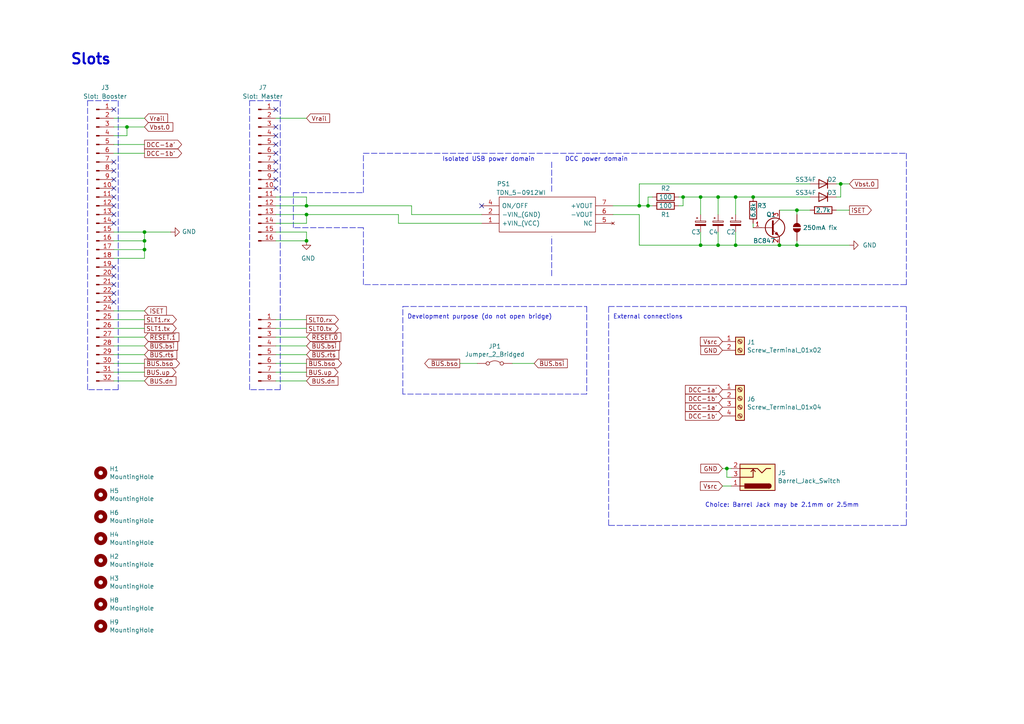
<source format=kicad_sch>
(kicad_sch (version 20250114) (generator "eeschema") (generator_version "9.0")
  (paper "A4")
  (title_block (title "RTB P15 Module") (date "2025-09-04") (rev "2") (company "Frank Schumacher") (comment 1 "Base board") (comment 4 "Licensed under the Apache License, Version 2"))
  (lib_symbols
    (symbol "Connector:Barrel_Jack_Switch" (pin_names (hide yes))
      (property "Reference" "J" (at 0 5.334 0))
      (property "Value" "Barrel_Jack_Switch" (at 0 -5.08 0))
      (symbol "Barrel_Jack_Switch_0_1"
        (rectangle (start -5.08 3.81) (end 5.08 -3.81) (stroke (width 0.254)) (fill (type background)))
        (polyline (pts (xy -3.81 -2.54) (xy -2.54 -2.54) (xy -1.27 -1.27) (xy 0 -2.54) (xy 2.54 -2.54) (xy 5.08 -2.54)) (stroke (width 0.254)))
        (arc (start -3.302 1.905) (mid -3.9343 2.54) (end -3.302 3.175) (stroke (width 0.254)))
        (arc (start -3.302 1.905) (mid -3.9343 2.54) (end -3.302 3.175) (stroke (width 0.254)) (fill (type outline)))
        (polyline (pts (xy 1.27 -2.286) (xy 1.905 -1.651)) (stroke (width 0.254)))
        (rectangle (start 3.683 3.175) (end -3.302 1.905) (stroke (width 0.254)) (fill (type outline)))
        (polyline (pts (xy 5.08 2.54) (xy 3.81 2.54)) (stroke (width 0.254)))
        (polyline (pts (xy 5.08 0) (xy 1.27 0) (xy 1.27 -2.286) (xy 0.635 -1.651)) (stroke (width 0.254)))
      )
      (symbol "Barrel_Jack_Switch_1_1"
        (pin passive line (at 7.62 2.54 180) (length 2.54) (name "~") (number "1"))
        (pin passive line (at 7.62 0 180) (length 2.54) (name "~") (number "3"))
        (pin passive line (at 7.62 -2.54 180) (length 2.54) (name "~") (number "2"))
      )
    )
    (symbol "Connector:Conn_01x08_Male" (pin_names (offset 1.016) (hide yes))
      (property "Reference" "J" (at 0 10.16 0))
      (property "Value" "Connector_Conn_01x08_Male" (at 0 -12.7 0))
      (symbol "Conn_01x08_Male_1_1"
        (rectangle (start 0.8636 7.747) (end 0 7.493) (stroke (width 0.1524)) (fill (type outline)))
        (rectangle (start 0.8636 5.207) (end 0 4.953) (stroke (width 0.1524)) (fill (type outline)))
        (rectangle (start 0.8636 2.667) (end 0 2.413) (stroke (width 0.1524)) (fill (type outline)))
        (rectangle (start 0.8636 0.127) (end 0 -0.127) (stroke (width 0.1524)) (fill (type outline)))
        (rectangle (start 0.8636 -2.413) (end 0 -2.667) (stroke (width 0.1524)) (fill (type outline)))
        (rectangle (start 0.8636 -4.953) (end 0 -5.207) (stroke (width 0.1524)) (fill (type outline)))
        (rectangle (start 0.8636 -7.493) (end 0 -7.747) (stroke (width 0.1524)) (fill (type outline)))
        (rectangle (start 0.8636 -10.033) (end 0 -10.287) (stroke (width 0.1524)) (fill (type outline)))
        (polyline (pts (xy 1.27 7.62) (xy 0.8636 7.62)) (stroke (width 0.1524)))
        (polyline (pts (xy 1.27 5.08) (xy 0.8636 5.08)) (stroke (width 0.1524)))
        (polyline (pts (xy 1.27 2.54) (xy 0.8636 2.54)) (stroke (width 0.1524)))
        (polyline (pts (xy 1.27 0) (xy 0.8636 0)) (stroke (width 0.1524)))
        (polyline (pts (xy 1.27 -2.54) (xy 0.8636 -2.54)) (stroke (width 0.1524)))
        (polyline (pts (xy 1.27 -5.08) (xy 0.8636 -5.08)) (stroke (width 0.1524)))
        (polyline (pts (xy 1.27 -7.62) (xy 0.8636 -7.62)) (stroke (width 0.1524)))
        (polyline (pts (xy 1.27 -10.16) (xy 0.8636 -10.16)) (stroke (width 0.1524)))
        (pin passive line (at 5.08 7.62 180) (length 3.81) (name "Pin_1") (number "1"))
        (pin passive line (at 5.08 5.08 180) (length 3.81) (name "Pin_2") (number "2"))
        (pin passive line (at 5.08 2.54 180) (length 3.81) (name "Pin_3") (number "3"))
        (pin passive line (at 5.08 0 180) (length 3.81) (name "Pin_4") (number "4"))
        (pin passive line (at 5.08 -2.54 180) (length 3.81) (name "Pin_5") (number "5"))
        (pin passive line (at 5.08 -5.08 180) (length 3.81) (name "Pin_6") (number "6"))
        (pin passive line (at 5.08 -7.62 180) (length 3.81) (name "Pin_7") (number "7"))
        (pin passive line (at 5.08 -10.16 180) (length 3.81) (name "Pin_8") (number "8"))
      )
    )
    (symbol "Connector:Conn_01x16_Male" (pin_names (offset 1.016) (hide yes))
      (property "Reference" "J" (at 0 20.32 0))
      (property "Value" "Connector_Conn_01x16_Male" (at 0 -22.86 0))
      (symbol "Conn_01x16_Male_1_1"
        (rectangle (start 0.8636 17.907) (end 0 17.653) (stroke (width 0.1524)) (fill (type outline)))
        (rectangle (start 0.8636 15.367) (end 0 15.113) (stroke (width 0.1524)) (fill (type outline)))
        (rectangle (start 0.8636 12.827) (end 0 12.573) (stroke (width 0.1524)) (fill (type outline)))
        (rectangle (start 0.8636 10.287) (end 0 10.033) (stroke (width 0.1524)) (fill (type outline)))
        (rectangle (start 0.8636 7.747) (end 0 7.493) (stroke (width 0.1524)) (fill (type outline)))
        (rectangle (start 0.8636 5.207) (end 0 4.953) (stroke (width 0.1524)) (fill (type outline)))
        (rectangle (start 0.8636 2.667) (end 0 2.413) (stroke (width 0.1524)) (fill (type outline)))
        (rectangle (start 0.8636 0.127) (end 0 -0.127) (stroke (width 0.1524)) (fill (type outline)))
        (rectangle (start 0.8636 -2.413) (end 0 -2.667) (stroke (width 0.1524)) (fill (type outline)))
        (rectangle (start 0.8636 -4.953) (end 0 -5.207) (stroke (width 0.1524)) (fill (type outline)))
        (rectangle (start 0.8636 -7.493) (end 0 -7.747) (stroke (width 0.1524)) (fill (type outline)))
        (rectangle (start 0.8636 -10.033) (end 0 -10.287) (stroke (width 0.1524)) (fill (type outline)))
        (rectangle (start 0.8636 -12.573) (end 0 -12.827) (stroke (width 0.1524)) (fill (type outline)))
        (rectangle (start 0.8636 -15.113) (end 0 -15.367) (stroke (width 0.1524)) (fill (type outline)))
        (rectangle (start 0.8636 -17.653) (end 0 -17.907) (stroke (width 0.1524)) (fill (type outline)))
        (rectangle (start 0.8636 -20.193) (end 0 -20.447) (stroke (width 0.1524)) (fill (type outline)))
        (polyline (pts (xy 1.27 17.78) (xy 0.8636 17.78)) (stroke (width 0.1524)))
        (polyline (pts (xy 1.27 15.24) (xy 0.8636 15.24)) (stroke (width 0.1524)))
        (polyline (pts (xy 1.27 12.7) (xy 0.8636 12.7)) (stroke (width 0.1524)))
        (polyline (pts (xy 1.27 10.16) (xy 0.8636 10.16)) (stroke (width 0.1524)))
        (polyline (pts (xy 1.27 7.62) (xy 0.8636 7.62)) (stroke (width 0.1524)))
        (polyline (pts (xy 1.27 5.08) (xy 0.8636 5.08)) (stroke (width 0.1524)))
        (polyline (pts (xy 1.27 2.54) (xy 0.8636 2.54)) (stroke (width 0.1524)))
        (polyline (pts (xy 1.27 0) (xy 0.8636 0)) (stroke (width 0.1524)))
        (polyline (pts (xy 1.27 -2.54) (xy 0.8636 -2.54)) (stroke (width 0.1524)))
        (polyline (pts (xy 1.27 -5.08) (xy 0.8636 -5.08)) (stroke (width 0.1524)))
        (polyline (pts (xy 1.27 -7.62) (xy 0.8636 -7.62)) (stroke (width 0.1524)))
        (polyline (pts (xy 1.27 -10.16) (xy 0.8636 -10.16)) (stroke (width 0.1524)))
        (polyline (pts (xy 1.27 -12.7) (xy 0.8636 -12.7)) (stroke (width 0.1524)))
        (polyline (pts (xy 1.27 -15.24) (xy 0.8636 -15.24)) (stroke (width 0.1524)))
        (polyline (pts (xy 1.27 -17.78) (xy 0.8636 -17.78)) (stroke (width 0.1524)))
        (polyline (pts (xy 1.27 -20.32) (xy 0.8636 -20.32)) (stroke (width 0.1524)))
        (pin passive line (at 5.08 17.78 180) (length 3.81) (name "Pin_1") (number "1"))
        (pin passive line (at 5.08 15.24 180) (length 3.81) (name "Pin_2") (number "2"))
        (pin passive line (at 5.08 12.7 180) (length 3.81) (name "Pin_3") (number "3"))
        (pin passive line (at 5.08 10.16 180) (length 3.81) (name "Pin_4") (number "4"))
        (pin passive line (at 5.08 7.62 180) (length 3.81) (name "Pin_5") (number "5"))
        (pin passive line (at 5.08 5.08 180) (length 3.81) (name "Pin_6") (number "6"))
        (pin passive line (at 5.08 2.54 180) (length 3.81) (name "Pin_7") (number "7"))
        (pin passive line (at 5.08 0 180) (length 3.81) (name "Pin_8") (number "8"))
        (pin passive line (at 5.08 -2.54 180) (length 3.81) (name "Pin_9") (number "9"))
        (pin passive line (at 5.08 -5.08 180) (length 3.81) (name "Pin_10") (number "10"))
        (pin passive line (at 5.08 -7.62 180) (length 3.81) (name "Pin_11") (number "11"))
        (pin passive line (at 5.08 -10.16 180) (length 3.81) (name "Pin_12") (number "12"))
        (pin passive line (at 5.08 -12.7 180) (length 3.81) (name "Pin_13") (number "13"))
        (pin passive line (at 5.08 -15.24 180) (length 3.81) (name "Pin_14") (number "14"))
        (pin passive line (at 5.08 -17.78 180) (length 3.81) (name "Pin_15") (number "15"))
        (pin passive line (at 5.08 -20.32 180) (length 3.81) (name "Pin_16") (number "16"))
      )
    )
    (symbol "Connector:Conn_01x32_Male" (pin_names (offset 1.016) (hide yes))
      (property "Reference" "J" (at 0 40.64 0))
      (property "Value" "Connector_Conn_01x32_Male" (at 0 -43.18 0))
      (symbol "Conn_01x32_Male_1_1"
        (rectangle (start 0.8636 38.227) (end 0 37.973) (stroke (width 0.1524)) (fill (type outline)))
        (rectangle (start 0.8636 35.687) (end 0 35.433) (stroke (width 0.1524)) (fill (type outline)))
        (rectangle (start 0.8636 33.147) (end 0 32.893) (stroke (width 0.1524)) (fill (type outline)))
        (rectangle (start 0.8636 30.607) (end 0 30.353) (stroke (width 0.1524)) (fill (type outline)))
        (rectangle (start 0.8636 28.067) (end 0 27.813) (stroke (width 0.1524)) (fill (type outline)))
        (rectangle (start 0.8636 25.527) (end 0 25.273) (stroke (width 0.1524)) (fill (type outline)))
        (rectangle (start 0.8636 22.987) (end 0 22.733) (stroke (width 0.1524)) (fill (type outline)))
        (rectangle (start 0.8636 20.447) (end 0 20.193) (stroke (width 0.1524)) (fill (type outline)))
        (rectangle (start 0.8636 17.907) (end 0 17.653) (stroke (width 0.1524)) (fill (type outline)))
        (rectangle (start 0.8636 15.367) (end 0 15.113) (stroke (width 0.1524)) (fill (type outline)))
        (rectangle (start 0.8636 12.827) (end 0 12.573) (stroke (width 0.1524)) (fill (type outline)))
        (rectangle (start 0.8636 10.287) (end 0 10.033) (stroke (width 0.1524)) (fill (type outline)))
        (rectangle (start 0.8636 7.747) (end 0 7.493) (stroke (width 0.1524)) (fill (type outline)))
        (rectangle (start 0.8636 5.207) (end 0 4.953) (stroke (width 0.1524)) (fill (type outline)))
        (rectangle (start 0.8636 2.667) (end 0 2.413) (stroke (width 0.1524)) (fill (type outline)))
        (rectangle (start 0.8636 0.127) (end 0 -0.127) (stroke (width 0.1524)) (fill (type outline)))
        (rectangle (start 0.8636 -2.413) (end 0 -2.667) (stroke (width 0.1524)) (fill (type outline)))
        (rectangle (start 0.8636 -4.953) (end 0 -5.207) (stroke (width 0.1524)) (fill (type outline)))
        (rectangle (start 0.8636 -7.493) (end 0 -7.747) (stroke (width 0.1524)) (fill (type outline)))
        (rectangle (start 0.8636 -10.033) (end 0 -10.287) (stroke (width 0.1524)) (fill (type outline)))
        (rectangle (start 0.8636 -12.573) (end 0 -12.827) (stroke (width 0.1524)) (fill (type outline)))
        (rectangle (start 0.8636 -15.113) (end 0 -15.367) (stroke (width 0.1524)) (fill (type outline)))
        (rectangle (start 0.8636 -17.653) (end 0 -17.907) (stroke (width 0.1524)) (fill (type outline)))
        (rectangle (start 0.8636 -20.193) (end 0 -20.447) (stroke (width 0.1524)) (fill (type outline)))
        (rectangle (start 0.8636 -22.733) (end 0 -22.987) (stroke (width 0.1524)) (fill (type outline)))
        (rectangle (start 0.8636 -25.273) (end 0 -25.527) (stroke (width 0.1524)) (fill (type outline)))
        (rectangle (start 0.8636 -27.813) (end 0 -28.067) (stroke (width 0.1524)) (fill (type outline)))
        (rectangle (start 0.8636 -30.353) (end 0 -30.607) (stroke (width 0.1524)) (fill (type outline)))
        (rectangle (start 0.8636 -32.893) (end 0 -33.147) (stroke (width 0.1524)) (fill (type outline)))
        (rectangle (start 0.8636 -35.433) (end 0 -35.687) (stroke (width 0.1524)) (fill (type outline)))
        (rectangle (start 0.8636 -37.973) (end 0 -38.227) (stroke (width 0.1524)) (fill (type outline)))
        (rectangle (start 0.8636 -40.513) (end 0 -40.767) (stroke (width 0.1524)) (fill (type outline)))
        (polyline (pts (xy 1.27 38.1) (xy 0.8636 38.1)) (stroke (width 0.1524)))
        (polyline (pts (xy 1.27 35.56) (xy 0.8636 35.56)) (stroke (width 0.1524)))
        (polyline (pts (xy 1.27 33.02) (xy 0.8636 33.02)) (stroke (width 0.1524)))
        (polyline (pts (xy 1.27 30.48) (xy 0.8636 30.48)) (stroke (width 0.1524)))
        (polyline (pts (xy 1.27 27.94) (xy 0.8636 27.94)) (stroke (width 0.1524)))
        (polyline (pts (xy 1.27 25.4) (xy 0.8636 25.4)) (stroke (width 0.1524)))
        (polyline (pts (xy 1.27 22.86) (xy 0.8636 22.86)) (stroke (width 0.1524)))
        (polyline (pts (xy 1.27 20.32) (xy 0.8636 20.32)) (stroke (width 0.1524)))
        (polyline (pts (xy 1.27 17.78) (xy 0.8636 17.78)) (stroke (width 0.1524)))
        (polyline (pts (xy 1.27 15.24) (xy 0.8636 15.24)) (stroke (width 0.1524)))
        (polyline (pts (xy 1.27 12.7) (xy 0.8636 12.7)) (stroke (width 0.1524)))
        (polyline (pts (xy 1.27 10.16) (xy 0.8636 10.16)) (stroke (width 0.1524)))
        (polyline (pts (xy 1.27 7.62) (xy 0.8636 7.62)) (stroke (width 0.1524)))
        (polyline (pts (xy 1.27 5.08) (xy 0.8636 5.08)) (stroke (width 0.1524)))
        (polyline (pts (xy 1.27 2.54) (xy 0.8636 2.54)) (stroke (width 0.1524)))
        (polyline (pts (xy 1.27 0) (xy 0.8636 0)) (stroke (width 0.1524)))
        (polyline (pts (xy 1.27 -2.54) (xy 0.8636 -2.54)) (stroke (width 0.1524)))
        (polyline (pts (xy 1.27 -5.08) (xy 0.8636 -5.08)) (stroke (width 0.1524)))
        (polyline (pts (xy 1.27 -7.62) (xy 0.8636 -7.62)) (stroke (width 0.1524)))
        (polyline (pts (xy 1.27 -10.16) (xy 0.8636 -10.16)) (stroke (width 0.1524)))
        (polyline (pts (xy 1.27 -12.7) (xy 0.8636 -12.7)) (stroke (width 0.1524)))
        (polyline (pts (xy 1.27 -15.24) (xy 0.8636 -15.24)) (stroke (width 0.1524)))
        (polyline (pts (xy 1.27 -17.78) (xy 0.8636 -17.78)) (stroke (width 0.1524)))
        (polyline (pts (xy 1.27 -20.32) (xy 0.8636 -20.32)) (stroke (width 0.1524)))
        (polyline (pts (xy 1.27 -22.86) (xy 0.8636 -22.86)) (stroke (width 0.1524)))
        (polyline (pts (xy 1.27 -25.4) (xy 0.8636 -25.4)) (stroke (width 0.1524)))
        (polyline (pts (xy 1.27 -27.94) (xy 0.8636 -27.94)) (stroke (width 0.1524)))
        (polyline (pts (xy 1.27 -30.48) (xy 0.8636 -30.48)) (stroke (width 0.1524)))
        (polyline (pts (xy 1.27 -33.02) (xy 0.8636 -33.02)) (stroke (width 0.1524)))
        (polyline (pts (xy 1.27 -35.56) (xy 0.8636 -35.56)) (stroke (width 0.1524)))
        (polyline (pts (xy 1.27 -38.1) (xy 0.8636 -38.1)) (stroke (width 0.1524)))
        (polyline (pts (xy 1.27 -40.64) (xy 0.8636 -40.64)) (stroke (width 0.1524)))
        (pin passive line (at 5.08 38.1 180) (length 3.81) (name "Pin_1") (number "1"))
        (pin passive line (at 5.08 35.56 180) (length 3.81) (name "Pin_2") (number "2"))
        (pin passive line (at 5.08 33.02 180) (length 3.81) (name "Pin_3") (number "3"))
        (pin passive line (at 5.08 30.48 180) (length 3.81) (name "Pin_4") (number "4"))
        (pin passive line (at 5.08 27.94 180) (length 3.81) (name "Pin_5") (number "5"))
        (pin passive line (at 5.08 25.4 180) (length 3.81) (name "Pin_6") (number "6"))
        (pin passive line (at 5.08 22.86 180) (length 3.81) (name "Pin_7") (number "7"))
        (pin passive line (at 5.08 20.32 180) (length 3.81) (name "Pin_8") (number "8"))
        (pin passive line (at 5.08 17.78 180) (length 3.81) (name "Pin_9") (number "9"))
        (pin passive line (at 5.08 15.24 180) (length 3.81) (name "Pin_10") (number "10"))
        (pin passive line (at 5.08 12.7 180) (length 3.81) (name "Pin_11") (number "11"))
        (pin passive line (at 5.08 10.16 180) (length 3.81) (name "Pin_12") (number "12"))
        (pin passive line (at 5.08 7.62 180) (length 3.81) (name "Pin_13") (number "13"))
        (pin passive line (at 5.08 5.08 180) (length 3.81) (name "Pin_14") (number "14"))
        (pin passive line (at 5.08 2.54 180) (length 3.81) (name "Pin_15") (number "15"))
        (pin passive line (at 5.08 0 180) (length 3.81) (name "Pin_16") (number "16"))
        (pin passive line (at 5.08 -2.54 180) (length 3.81) (name "Pin_17") (number "17"))
        (pin passive line (at 5.08 -5.08 180) (length 3.81) (name "Pin_18") (number "18"))
        (pin passive line (at 5.08 -7.62 180) (length 3.81) (name "Pin_19") (number "19"))
        (pin passive line (at 5.08 -10.16 180) (length 3.81) (name "Pin_20") (number "20"))
        (pin passive line (at 5.08 -12.7 180) (length 3.81) (name "Pin_21") (number "21"))
        (pin passive line (at 5.08 -15.24 180) (length 3.81) (name "Pin_22") (number "22"))
        (pin passive line (at 5.08 -17.78 180) (length 3.81) (name "Pin_23") (number "23"))
        (pin passive line (at 5.08 -20.32 180) (length 3.81) (name "Pin_24") (number "24"))
        (pin passive line (at 5.08 -22.86 180) (length 3.81) (name "Pin_25") (number "25"))
        (pin passive line (at 5.08 -25.4 180) (length 3.81) (name "Pin_26") (number "26"))
        (pin passive line (at 5.08 -27.94 180) (length 3.81) (name "Pin_27") (number "27"))
        (pin passive line (at 5.08 -30.48 180) (length 3.81) (name "Pin_28") (number "28"))
        (pin passive line (at 5.08 -33.02 180) (length 3.81) (name "Pin_29") (number "29"))
        (pin passive line (at 5.08 -35.56 180) (length 3.81) (name "Pin_30") (number "30"))
        (pin passive line (at 5.08 -38.1 180) (length 3.81) (name "Pin_31") (number "31"))
        (pin passive line (at 5.08 -40.64 180) (length 3.81) (name "Pin_32") (number "32"))
      )
    )
    (symbol "Connector:Screw_Terminal_01x02" (pin_names (offset 1.016) (hide yes))
      (property "Reference" "J" (at 0 2.54 0))
      (property "Value" "Screw_Terminal_01x02" (at 0 -5.08 0))
      (symbol "Screw_Terminal_01x02_1_1"
        (rectangle (start -1.27 1.27) (end 1.27 -3.81) (stroke (width 0.254)) (fill (type background)))
        (polyline (pts (xy -0.5334 0.3302) (xy 0.3302 -0.508)) (stroke (width 0.1524)))
        (polyline (pts (xy -0.5334 -2.2098) (xy 0.3302 -3.048)) (stroke (width 0.1524)))
        (polyline (pts (xy -0.3556 0.508) (xy 0.508 -0.3302)) (stroke (width 0.1524)))
        (polyline (pts (xy -0.3556 -2.032) (xy 0.508 -2.8702)) (stroke (width 0.1524)))
        (circle (center 0 0) (radius 0.635) (stroke (width 0.1524)))
        (circle (center 0 -2.54) (radius 0.635) (stroke (width 0.1524)))
        (pin passive line (at -5.08 0 0) (length 3.81) (name "Pin_1") (number "1"))
        (pin passive line (at -5.08 -2.54 0) (length 3.81) (name "Pin_2") (number "2"))
      )
    )
    (symbol "Connector:Screw_Terminal_01x04" (pin_names (offset 1.016) (hide yes))
      (property "Reference" "J" (at 0 5.08 0))
      (property "Value" "Screw_Terminal_01x04" (at 0 -7.62 0))
      (symbol "Screw_Terminal_01x04_1_1"
        (rectangle (start -1.27 3.81) (end 1.27 -6.35) (stroke (width 0.254)) (fill (type background)))
        (polyline (pts (xy -0.5334 2.8702) (xy 0.3302 2.032)) (stroke (width 0.1524)))
        (polyline (pts (xy -0.5334 0.3302) (xy 0.3302 -0.508)) (stroke (width 0.1524)))
        (polyline (pts (xy -0.5334 -2.2098) (xy 0.3302 -3.048)) (stroke (width 0.1524)))
        (polyline (pts (xy -0.5334 -4.7498) (xy 0.3302 -5.588)) (stroke (width 0.1524)))
        (polyline (pts (xy -0.3556 3.048) (xy 0.508 2.2098)) (stroke (width 0.1524)))
        (polyline (pts (xy -0.3556 0.508) (xy 0.508 -0.3302)) (stroke (width 0.1524)))
        (polyline (pts (xy -0.3556 -2.032) (xy 0.508 -2.8702)) (stroke (width 0.1524)))
        (polyline (pts (xy -0.3556 -4.572) (xy 0.508 -5.4102)) (stroke (width 0.1524)))
        (circle (center 0 2.54) (radius 0.635) (stroke (width 0.1524)))
        (circle (center 0 0) (radius 0.635) (stroke (width 0.1524)))
        (circle (center 0 -2.54) (radius 0.635) (stroke (width 0.1524)))
        (circle (center 0 -5.08) (radius 0.635) (stroke (width 0.1524)))
        (pin passive line (at -5.08 2.54 0) (length 3.81) (name "Pin_1") (number "1"))
        (pin passive line (at -5.08 0 0) (length 3.81) (name "Pin_2") (number "2"))
        (pin passive line (at -5.08 -2.54 0) (length 3.81) (name "Pin_3") (number "3"))
        (pin passive line (at -5.08 -5.08 0) (length 3.81) (name "Pin_4") (number "4"))
      )
    )
    (symbol "Device:CP_Small" (pin_numbers (hide yes)) (pin_names (offset 0.254) (hide yes))
      (property "Reference" "C" (at 0.254 1.778 0))
      (property "Value" "Device_CP_Small" (at 0.254 -2.032 0))
      (symbol "CP_Small_0_1"
        (rectangle (start -1.524 0.6858) (end 1.524 0.3048))
        (rectangle (start -1.524 -0.3048) (end 1.524 -0.6858) (fill (type outline)))
        (polyline (pts (xy -1.27 1.524) (xy -0.762 1.524)))
        (polyline (pts (xy -1.016 1.27) (xy -1.016 1.778)))
      )
      (symbol "CP_Small_1_1"
        (pin passive line (at 0 2.54 270) (length 1.8542) (name "~") (number "1"))
        (pin passive line (at 0 -2.54 90) (length 1.8542) (name "~") (number "2"))
      )
    )
    (symbol "Device:D" (pin_numbers (hide yes)) (pin_names (offset 1.016) (hide yes))
      (property "Reference" "D" (at 0 2.54 0))
      (property "Value" "D" (at 0 -2.54 0))
      (symbol "D_0_1"
        (polyline (pts (xy -1.27 1.27) (xy -1.27 -1.27)) (stroke (width 0.254)))
        (polyline (pts (xy 1.27 1.27) (xy 1.27 -1.27) (xy -1.27 0) (xy 1.27 1.27)) (stroke (width 0.254)))
        (polyline (pts (xy 1.27 0) (xy -1.27 0)))
      )
      (symbol "D_1_1"
        (pin passive line (at -3.81 0 0) (length 2.54) (name "K") (number "1"))
        (pin passive line (at 3.81 0 180) (length 2.54) (name "A") (number "2"))
      )
    )
    (symbol "Device:R" (pin_numbers (hide yes)) (pin_names (offset 0))
      (property "Reference" "R" (at 2.032 0 90))
      (property "Value" "R" (at 0 0 90))
      (symbol "R_0_1"
        (rectangle (start -1.016 -2.54) (end 1.016 2.54) (stroke (width 0.254)))
      )
      (symbol "R_1_1"
        (pin passive line (at 0 3.81 270) (length 1.27) (name "~") (number "1"))
        (pin passive line (at 0 -3.81 90) (length 1.27) (name "~") (number "2"))
      )
    )
    (symbol "Jumper:Jumper_2_Bridged" (pin_numbers (hide yes)) (pin_names (offset 0) (hide yes))
      (property "Reference" "JP" (at 0 1.905 0))
      (property "Value" "Jumper_2_Bridged" (at 0 -2.54 0))
      (symbol "Jumper_2_Bridged_0_0"
        (circle (center -2.032 0) (radius 0.508))
        (circle (center 2.032 0) (radius 0.508))
      )
      (symbol "Jumper_2_Bridged_0_1"
        (arc (start -1.524 0.254) (mid 0 0.762) (end 1.524 0.254))
      )
      (symbol "Jumper_2_Bridged_1_1"
        (pin passive line (at -5.08 0 0) (length 2.54) (name "A") (number "1"))
        (pin passive line (at 5.08 0 180) (length 2.54) (name "B") (number "2"))
      )
    )
    (symbol "Jumper:SolderJumper_2_Open" (pin_numbers (hide yes)) (pin_names (offset 0) (hide yes)) (in_bom no)
      (property "Reference" "JP" (at 0 2.032 0))
      (property "Value" "SolderJumper_2_Open" (at 0 -2.54 0))
      (symbol "SolderJumper_2_Open_0_1"
        (polyline (pts (xy -0.254 1.016) (xy -0.254 -1.016)))
        (arc (start -0.254 -1.016) (mid -1.2656 0) (end -0.254 1.016))
        (arc (start -0.254 -1.016) (mid -1.2656 0) (end -0.254 1.016) (fill (type outline)))
        (arc (start 0.254 1.016) (mid 1.2656 0) (end 0.254 -1.016))
        (arc (start 0.254 1.016) (mid 1.2656 0) (end 0.254 -1.016) (fill (type outline)))
        (polyline (pts (xy 0.254 1.016) (xy 0.254 -1.016)))
      )
      (symbol "SolderJumper_2_Open_1_1"
        (pin passive line (at -3.81 0 0) (length 2.54) (name "A") (number "1"))
        (pin passive line (at 3.81 0 180) (length 2.54) (name "B") (number "2"))
      )
    )
    (symbol "Mechanical:MountingHole" (pin_names (offset 1.016)) (in_bom no)
      (property "Reference" "H" (at 0 5.08 0))
      (property "Value" "MountingHole" (at 0 3.175 0))
      (symbol "MountingHole_0_1"
        (circle (center 0 0) (radius 1.27) (stroke (width 1.27)))
      )
    )
    (symbol "RTB_Parts:TDN_5-0912WI" (pin_names (offset 0.762))
      (property "Reference" "PS" (at 34.29 7.62 0))
      (property "Value" "TDN_5-0912WI" (at 34.29 5.08 0))
      (symbol "TDN_5-0912WI_0_0"
        (pin passive line (at 0 0 0) (length 5.08) (name "ON/OFF") (number "4"))
        (pin passive line (at 0 -2.54 0) (length 5.08) (name "-VIN_(GND)") (number "2"))
        (pin passive line (at 0 -5.08 0) (length 5.08) (name "+VIN_(VCC)") (number "1"))
        (pin passive line (at 38.1 0 180) (length 5.08) (name "+VOUT") (number "7"))
        (pin passive line (at 38.1 -2.54 180) (length 5.08) (name "-VOUT") (number "6"))
        (pin no_connect line (at 38.1 -5.08 180) (length 5.08) (name "NC") (number "5"))
      )
      (symbol "TDN_5-0912WI_0_1"
        (polyline (pts (xy 5.08 2.54) (xy 33.02 2.54) (xy 33.02 -7.62) (xy 5.08 -7.62) (xy 5.08 2.54)) (stroke (width 0.1524)))
      )
    )
    (symbol "Transistor_BJT:BC847" (pin_names (offset 0) (hide yes))
      (property "Reference" "Q" (at 5.08 1.905 0))
      (property "Value" "BC847" (at 5.08 0 0))
      (symbol "BC847_0_1"
        (polyline (pts (xy -2.54 0) (xy 0.635 0)))
        (polyline (pts (xy 0.635 1.905) (xy 0.635 -1.905)) (stroke (width 0.508)))
        (circle (center 1.27 0) (radius 2.8194) (stroke (width 0.254)))
      )
      (symbol "BC847_1_1"
        (polyline (pts (xy 0.635 0.635) (xy 2.54 2.54)))
        (polyline (pts (xy 0.635 -0.635) (xy 2.54 -2.54)))
        (polyline (pts (xy 1.27 -1.778) (xy 1.778 -1.27) (xy 2.286 -2.286) (xy 1.27 -1.778)) (fill (type outline)))
        (pin input line (at -5.08 0 0) (length 2.54) (name "B") (number "1"))
        (pin passive line (at 2.54 5.08 270) (length 2.54) (name "C") (number "3"))
        (pin passive line (at 2.54 -5.08 90) (length 2.54) (name "E") (number "2"))
      )
    )
    (symbol "power:GND" (power) (pin_numbers (hide yes)) (pin_names (offset 0) (hide yes))
      (property "Value" "GND" (at 0 -3.81 0))
      (symbol "GND_0_1"
        (polyline (pts (xy 0 0) (xy 0 -1.27) (xy 1.27 -1.27) (xy 0 -2.54) (xy -1.27 -1.27) (xy 0 -1.27)))
      )
      (symbol "GND_1_1"
        (pin power_in line (at 0 0 270) (length 0) (name "~") (number "1"))
      )
    )
  )
  (text "Slots" (at 20.32 19.05 0) (effects (font (size 2.9972 2.9972) (thickness 0.5994) (bold yes)) (justify left bottom)))
  (text "Choice: Barrel Jack may be 2.1mm or 2.5mm" (at 204.47 147.32 0) (effects (font (size 1.27 1.27)) (justify left bottom)))
  (text "Isolated USB power domain" (at 128.27 46.99 0) (effects (font (size 1.27 1.27)) (justify left bottom)))
  (text "External connections" (at 177.8 92.71 0) (effects (font (size 1.27 1.27)) (justify left bottom)))
  (text "DCC power domain" (at 163.83 46.99 0) (effects (font (size 1.27 1.27)) (justify left bottom)))
  (text "Development purpose (do not open bridge)" (at 118.11 92.71 0) (effects (font (size 1.27 1.27)) (justify left bottom)))
  (junction (at 185.42 59.69))
  (junction (at 226.06 71.12))
  (junction (at 198.12 57.15))
  (junction (at 203.2 71.12))
  (junction (at 231.14 60.96))
  (junction (at 208.28 71.12))
  (junction (at 213.36 57.15))
  (junction (at 41.91 67.31))
  (junction (at 88.9 69.85))
  (junction (at 187.96 59.69))
  (junction (at 41.91 72.39))
  (junction (at 218.44 57.15))
  (junction (at 243.84 53.34))
  (junction (at 208.28 57.15))
  (junction (at 88.9 59.69))
  (junction (at 41.91 69.85))
  (junction (at 203.2 57.15))
  (junction (at 210.82 135.89))
  (junction (at 88.9 62.23))
  (junction (at 231.14 71.12))
  (junction (at 213.36 71.12))
  (junction (at 36.83 36.83))
  (no_connect (at 33.02 87.63))
  (no_connect (at 80.01 31.75))
  (no_connect (at 33.02 52.07))
  (no_connect (at 33.02 57.15))
  (no_connect (at 33.02 54.61))
  (no_connect (at 33.02 85.09))
  (no_connect (at 80.01 54.61))
  (no_connect (at 80.01 36.83))
  (no_connect (at 33.02 64.77))
  (no_connect (at 139.7 59.69))
  (no_connect (at 33.02 31.75))
  (no_connect (at 80.01 39.37))
  (no_connect (at 33.02 62.23))
  (no_connect (at 33.02 82.55))
  (no_connect (at 80.01 44.45))
  (no_connect (at 33.02 59.69))
  (no_connect (at 80.01 49.53))
  (no_connect (at 33.02 77.47))
  (no_connect (at 80.01 52.07))
  (no_connect (at 33.02 80.01))
  (no_connect (at 80.01 41.91))
  (no_connect (at 33.02 46.99))
  (no_connect (at 80.01 46.99))
  (no_connect (at 33.02 49.53))
  (polyline (pts (xy 72.39 113.03) (xy 72.39 29.21)) (stroke (width 0) (type dash)))
  (wire (pts (xy 33.02 100.33) (xy 41.91 100.33)))
  (wire (pts (xy 185.42 53.34) (xy 185.42 59.69)))
  (wire (pts (xy 203.2 57.15) (xy 208.28 57.15)))
  (wire (pts (xy 33.02 72.39) (xy 41.91 72.39)))
  (wire (pts (xy 80.01 67.31) (xy 88.9 67.31)))
  (wire (pts (xy 198.12 57.15) (xy 198.12 59.69)))
  (wire (pts (xy 218.44 57.15) (xy 234.95 57.15)))
  (wire (pts (xy 198.12 57.15) (xy 203.2 57.15)))
  (polyline (pts (xy 72.39 29.21) (xy 81.28 29.21)) (stroke (width 0) (type dash)))
  (polyline (pts (xy 105.41 55.88) (xy 105.41 44.45)) (stroke (width 0) (type dash)))
  (polyline (pts (xy 105.41 44.45) (xy 262.89 44.45)) (stroke (width 0) (type dash)))
  (wire (pts (xy 203.2 62.23) (xy 203.2 57.15)))
  (polyline (pts (xy 160.02 46.99) (xy 160.02 55.88)) (stroke (width 0) (type dash)))
  (wire (pts (xy 33.02 67.31) (xy 41.91 67.31)))
  (wire (pts (xy 88.9 59.69) (xy 119.38 59.69)))
  (wire (pts (xy 33.02 36.83) (xy 36.83 36.83)))
  (wire (pts (xy 209.55 135.89) (xy 210.82 135.89)))
  (wire (pts (xy 80.01 59.69) (xy 88.9 59.69)))
  (polyline (pts (xy 262.89 82.55) (xy 105.41 82.55)) (stroke (width 0) (type dash)))
  (polyline (pts (xy 85.09 66.04) (xy 85.09 55.88)) (stroke (width 0) (type dash)))
  (wire (pts (xy 88.9 64.77) (xy 88.9 62.23)))
  (wire (pts (xy 242.57 60.96) (xy 246.38 60.96)))
  (wire (pts (xy 80.01 107.95) (xy 88.9 107.95)))
  (wire (pts (xy 80.01 100.33) (xy 88.9 100.33)))
  (wire (pts (xy 88.9 57.15) (xy 80.01 57.15)))
  (polyline (pts (xy 160.02 80.01) (xy 160.02 68.58)) (stroke (width 0) (type dash)))
  (wire (pts (xy 80.01 110.49) (xy 88.9 110.49)))
  (wire (pts (xy 80.01 34.29) (xy 88.9 34.29)))
  (wire (pts (xy 187.96 59.69) (xy 189.23 59.69)))
  (wire (pts (xy 88.9 67.31) (xy 88.9 69.85)))
  (wire (pts (xy 41.91 72.39) (xy 41.91 69.85)))
  (polyline (pts (xy 176.53 88.9) (xy 262.89 88.9)) (stroke (width 0) (type dash)))
  (wire (pts (xy 33.02 39.37) (xy 36.83 39.37)))
  (wire (pts (xy 177.8 59.69) (xy 185.42 59.69)))
  (wire (pts (xy 218.44 64.77) (xy 218.44 66.04)))
  (wire (pts (xy 231.14 60.96) (xy 234.95 60.96)))
  (wire (pts (xy 115.57 64.77) (xy 139.7 64.77)))
  (wire (pts (xy 41.91 74.93) (xy 41.91 72.39)))
  (polyline (pts (xy 34.29 29.21) (xy 34.29 113.03)) (stroke (width 0) (type dash)))
  (polyline (pts (xy 105.41 66.04) (xy 85.09 66.04)) (stroke (width 0) (type dash)))
  (wire (pts (xy 210.82 135.89) (xy 212.09 135.89)))
  (wire (pts (xy 187.96 57.15) (xy 187.96 59.69)))
  (polyline (pts (xy 85.09 55.88) (xy 105.41 55.88)) (stroke (width 0) (type dash)))
  (polyline (pts (xy 176.53 152.4) (xy 176.53 88.9)) (stroke (width 0) (type dash)))
  (wire (pts (xy 243.84 53.34) (xy 246.38 53.34)))
  (polyline (pts (xy 116.84 114.3) (xy 116.84 88.9)) (stroke (width 0) (type dash)))
  (polyline (pts (xy 34.29 113.03) (xy 25.4 113.03)) (stroke (width 0) (type dash)))
  (polyline (pts (xy 105.41 82.55) (xy 105.41 66.04)) (stroke (width 0) (type dash)))
  (wire (pts (xy 185.42 71.12) (xy 203.2 71.12)))
  (wire (pts (xy 185.42 71.12) (xy 185.42 62.23)))
  (wire (pts (xy 88.9 62.23) (xy 115.57 62.23)))
  (wire (pts (xy 80.01 62.23) (xy 88.9 62.23)))
  (wire (pts (xy 226.06 71.12) (xy 231.14 71.12)))
  (polyline (pts (xy 81.28 29.21) (xy 81.28 113.03)) (stroke (width 0) (type dash)))
  (wire (pts (xy 119.38 62.23) (xy 139.7 62.23)))
  (wire (pts (xy 231.14 62.23) (xy 231.14 60.96)))
  (wire (pts (xy 33.02 110.49) (xy 41.91 110.49)))
  (wire (pts (xy 226.06 60.96) (xy 231.14 60.96)))
  (wire (pts (xy 33.02 105.41) (xy 41.91 105.41)))
  (polyline (pts (xy 262.89 152.4) (xy 176.53 152.4)) (stroke (width 0) (type dash)))
  (wire (pts (xy 189.23 57.15) (xy 187.96 57.15)))
  (wire (pts (xy 33.02 74.93) (xy 41.91 74.93)))
  (wire (pts (xy 80.01 95.25) (xy 88.9 95.25)))
  (polyline (pts (xy 262.89 44.45) (xy 262.89 82.55)) (stroke (width 0) (type dash)))
  (wire (pts (xy 209.55 140.97) (xy 212.09 140.97)))
  (wire (pts (xy 196.85 59.69) (xy 198.12 59.69)))
  (wire (pts (xy 115.57 64.77) (xy 115.57 62.23)))
  (wire (pts (xy 185.42 59.69) (xy 187.96 59.69)))
  (polyline (pts (xy 116.84 88.9) (xy 170.18 88.9)) (stroke (width 0) (type dash)))
  (polyline (pts (xy 262.89 88.9) (xy 262.89 152.4)) (stroke (width 0) (type dash)))
  (wire (pts (xy 80.01 69.85) (xy 88.9 69.85)))
  (wire (pts (xy 208.28 62.23) (xy 208.28 57.15)))
  (wire (pts (xy 213.36 57.15) (xy 218.44 57.15)))
  (polyline (pts (xy 81.28 113.03) (xy 72.39 113.03)) (stroke (width 0) (type dash)))
  (wire (pts (xy 33.02 69.85) (xy 41.91 69.85)))
  (wire (pts (xy 185.42 53.34) (xy 234.95 53.34)))
  (wire (pts (xy 36.83 36.83) (xy 36.83 39.37)))
  (wire (pts (xy 41.91 67.31) (xy 49.53 67.31)))
  (wire (pts (xy 41.91 67.31) (xy 41.91 69.85)))
  (wire (pts (xy 213.36 62.23) (xy 213.36 57.15)))
  (polyline (pts (xy 25.4 113.03) (xy 25.4 29.21)) (stroke (width 0) (type dash)))
  (wire (pts (xy 208.28 57.15) (xy 213.36 57.15)))
  (wire (pts (xy 203.2 67.31) (xy 203.2 71.12)))
  (wire (pts (xy 33.02 92.71) (xy 41.91 92.71)))
  (wire (pts (xy 88.9 57.15) (xy 88.9 59.69)))
  (wire (pts (xy 243.84 53.34) (xy 243.84 57.15)))
  (wire (pts (xy 80.01 102.87) (xy 88.9 102.87)))
  (wire (pts (xy 80.01 97.79) (xy 88.9 97.79)))
  (wire (pts (xy 196.85 57.15) (xy 198.12 57.15)))
  (wire (pts (xy 119.38 59.69) (xy 119.38 62.23)))
  (wire (pts (xy 185.42 62.23) (xy 177.8 62.23)))
  (wire (pts (xy 203.2 71.12) (xy 208.28 71.12)))
  (wire (pts (xy 80.01 64.77) (xy 88.9 64.77)))
  (wire (pts (xy 210.82 135.89) (xy 210.82 138.43)))
  (wire (pts (xy 33.02 102.87) (xy 41.91 102.87)))
  (wire (pts (xy 33.02 44.45) (xy 41.91 44.45)))
  (wire (pts (xy 231.14 69.85) (xy 231.14 71.12)))
  (wire (pts (xy 242.57 53.34) (xy 243.84 53.34)))
  (wire (pts (xy 231.14 71.12) (xy 246.38 71.12)))
  (wire (pts (xy 33.02 97.79) (xy 41.91 97.79)))
  (wire (pts (xy 33.02 90.17) (xy 41.91 90.17)))
  (polyline (pts (xy 170.18 114.3) (xy 116.84 114.3)) (stroke (width 0) (type dash)))
  (wire (pts (xy 213.36 67.31) (xy 213.36 71.12)))
  (wire (pts (xy 33.02 107.95) (xy 41.91 107.95)))
  (wire (pts (xy 80.01 105.41) (xy 88.9 105.41)))
  (wire (pts (xy 80.01 92.71) (xy 88.9 92.71)))
  (wire (pts (xy 243.84 57.15) (xy 242.57 57.15)))
  (polyline (pts (xy 25.4 29.21) (xy 34.29 29.21)) (stroke (width 0) (type dash)))
  (wire (pts (xy 148.59 105.41) (xy 154.94 105.41)))
  (wire (pts (xy 133.35 105.41) (xy 138.43 105.41)))
  (wire (pts (xy 33.02 41.91) (xy 41.91 41.91)))
  (wire (pts (xy 210.82 138.43) (xy 212.09 138.43)))
  (polyline (pts (xy 170.18 88.9) (xy 170.18 114.3)) (stroke (width 0) (type dash)))
  (wire (pts (xy 208.28 71.12) (xy 213.36 71.12)))
  (wire (pts (xy 33.02 95.25) (xy 41.91 95.25)))
  (wire (pts (xy 213.36 71.12) (xy 226.06 71.12)))
  (wire (pts (xy 33.02 34.29) (xy 41.91 34.29)))
  (wire (pts (xy 208.28 67.31) (xy 208.28 71.12)))
  (wire (pts (xy 36.83 36.83) (xy 41.91 36.83)))
  (global_label "~{BUS.rts}" (shape input) (at 88.9 102.87 0) (property "Intersheetrefs" "${INTERSHEET_REFS}" (effects (hide yes))))
  (global_label "DCC-1a'" (shape output) (at 41.91 41.91 0) (property "Intersheetrefs" "${INTERSHEET_REFS}" (effects (hide yes))))
  (global_label "BUS.up" (shape output) (at 88.9 107.95 0) (property "Intersheetrefs" "${INTERSHEET_REFS}" (effects (hide yes))))
  (global_label "~{BUS.bso}" (shape output) (at 133.35 105.41 180) (property "Intersheetrefs" "${INTERSHEET_REFS}" (effects (hide yes))))
  (global_label "DCC-1b'" (shape input) (at 209.55 120.65 180) (property "Intersheetrefs" "${INTERSHEET_REFS}" (effects (hide yes))))
  (global_label "Vrail" (shape input) (at 88.9 34.29 0) (property "Intersheetrefs" "${INTERSHEET_REFS}" (effects (hide yes))))
  (global_label "~{RESET.0}" (shape input) (at 88.9 97.79 0) (property "Intersheetrefs" "${INTERSHEET_REFS}" (effects (hide yes))))
  (global_label "Vrail" (shape input) (at 41.91 34.29 0) (property "Intersheetrefs" "${INTERSHEET_REFS}" (effects (hide yes))))
  (global_label "~{BUS.bsi}" (shape input) (at 154.94 105.41 0) (property "Intersheetrefs" "${INTERSHEET_REFS}" (effects (hide yes))))
  (global_label "~{BUS.bso}" (shape output) (at 41.91 105.41 0) (property "Intersheetrefs" "${INTERSHEET_REFS}" (effects (hide yes))))
  (global_label "DCC-1a'" (shape input) (at 209.55 118.11 180) (property "Intersheetrefs" "${INTERSHEET_REFS}" (effects (hide yes))))
  (global_label "Vbst.0" (shape input) (at 41.91 36.83 0) (property "Intersheetrefs" "${INTERSHEET_REFS}" (effects (hide yes))))
  (global_label "Vbst.0" (shape input) (at 246.38 53.34 0) (property "Intersheetrefs" "${INTERSHEET_REFS}" (effects (hide yes))))
  (global_label "~{BUS.bso}" (shape output) (at 88.9 105.41 0) (property "Intersheetrefs" "${INTERSHEET_REFS}" (effects (hide yes))))
  (global_label "GND" (shape input) (at 209.55 101.6 180) (property "Intersheetrefs" "${INTERSHEET_REFS}" (effects (hide yes))))
  (global_label "GND" (shape input) (at 209.55 135.89 180) (property "Intersheetrefs" "${INTERSHEET_REFS}" (effects (hide yes))))
  (global_label "~{RESET.1}" (shape input) (at 41.91 97.79 0) (property "Intersheetrefs" "${INTERSHEET_REFS}" (effects (hide yes))))
  (global_label "BUS.dn" (shape input) (at 88.9 110.49 0) (property "Intersheetrefs" "${INTERSHEET_REFS}" (effects (hide yes))))
  (global_label "Vsrc" (shape input) (at 209.55 99.06 180) (property "Intersheetrefs" "${INTERSHEET_REFS}" (effects (hide yes))))
  (global_label "Vsrc" (shape input) (at 209.55 140.97 180) (property "Intersheetrefs" "${INTERSHEET_REFS}" (effects (hide yes))))
  (global_label "SLT1.tx" (shape output) (at 41.91 95.25 0) (property "Intersheetrefs" "${INTERSHEET_REFS}" (effects (hide yes))))
  (global_label "DCC-1a'" (shape input) (at 209.55 113.03 180) (property "Intersheetrefs" "${INTERSHEET_REFS}" (effects (hide yes))))
  (global_label "~{BUS.rts}" (shape input) (at 41.91 102.87 0) (property "Intersheetrefs" "${INTERSHEET_REFS}" (effects (hide yes))))
  (global_label "iSET" (shape output) (at 246.38 60.96 0) (property "Intersheetrefs" "${INTERSHEET_REFS}" (effects (hide yes))))
  (global_label "~{BUS.bsi}" (shape input) (at 41.91 100.33 0) (property "Intersheetrefs" "${INTERSHEET_REFS}" (effects (hide yes))))
  (global_label "BUS.up" (shape output) (at 41.91 107.95 0) (property "Intersheetrefs" "${INTERSHEET_REFS}" (effects (hide yes))))
  (global_label "SLT0.rx" (shape output) (at 88.9 92.71 0) (property "Intersheetrefs" "${INTERSHEET_REFS}" (effects (hide yes))))
  (global_label "iSET" (shape input) (at 41.91 90.17 0) (property "Intersheetrefs" "${INTERSHEET_REFS}" (effects (hide yes))))
  (global_label "~{BUS.bsi}" (shape input) (at 88.9 100.33 0) (property "Intersheetrefs" "${INTERSHEET_REFS}" (effects (hide yes))))
  (global_label "DCC-1b'" (shape input) (at 209.55 115.57 180) (property "Intersheetrefs" "${INTERSHEET_REFS}" (effects (hide yes))))
  (global_label "SLT0.tx" (shape output) (at 88.9 95.25 0) (property "Intersheetrefs" "${INTERSHEET_REFS}" (effects (hide yes))))
  (global_label "SLT1.rx" (shape output) (at 41.91 92.71 0) (property "Intersheetrefs" "${INTERSHEET_REFS}" (effects (hide yes))))
  (global_label "BUS.dn" (shape input) (at 41.91 110.49 0) (property "Intersheetrefs" "${INTERSHEET_REFS}" (effects (hide yes))))
  (global_label "DCC-1b'" (shape output) (at 41.91 44.45 0) (property "Intersheetrefs" "${INTERSHEET_REFS}" (effects (hide yes))))
  (symbol (lib_id "Connector:Conn_01x32_Male") (at 27.94 69.85 0) (unit 1)
    (property "Reference" "J3" (at 30.48 25.4 0))
    (property "Value" "Slot: Booster" (at 30.48 27.94 0))
    (property "Footprint" "Connector_PinSocket_2.54mm:PinSocket_1x32_P2.54mm_Vertical" (effects (hide yes)))
  )
  (symbol (lib_id "Mechanical:MountingHole") (at 29.21 137.16 0) (unit 1)
    (property "Reference" "H1" (at 31.75 135.9916 0) (effects (justify left)))
    (property "Value" "MountingHole" (at 31.75 138.303 0) (effects (justify left)))
    (property "Footprint" "MountingHole:MountingHole_3.2mm_M3_ISO7380_Pad" (effects (hide yes)))
  )
  (symbol (lib_id "Connector:Conn_01x08_Male") (at 74.93 100.33 0) (unit 1)
    (property "Reference" "J4" (effects (hide yes)))
    (property "Value" "Slot-a1" (effects (hide yes)))
    (property "Footprint" "Connector_PinSocket_2.54mm:PinSocket_1x08_P2.54mm_Vertical" (effects (hide yes)))
  )
  (symbol (lib_id "Mechanical:MountingHole") (at 29.21 143.51 0) (unit 1)
    (property "Reference" "H5" (at 31.75 142.3416 0) (effects (justify left)))
    (property "Value" "MountingHole" (at 31.75 144.653 0) (effects (justify left)))
    (property "Footprint" "MountingHole:MountingHole_3.2mm_M3_ISO7380_Pad" (effects (hide yes)))
  )
  (symbol (lib_id "Mechanical:MountingHole") (at 29.21 181.61 0) (unit 1)
    (property "Reference" "H9" (at 31.75 180.4416 0) (effects (justify left)))
    (property "Value" "MountingHole" (at 31.75 182.753 0) (effects (justify left)))
    (property "Footprint" "MountingHole:MountingHole_3.2mm_M3_ISO7380_Pad" (effects (hide yes)))
  )
  (symbol (lib_id "Mechanical:MountingHole") (at 29.21 175.26 0) (unit 1)
    (property "Reference" "H8" (at 31.75 174.0916 0) (effects (justify left)))
    (property "Value" "MountingHole" (at 31.75 176.403 0) (effects (justify left)))
    (property "Footprint" "MountingHole:MountingHole_3.2mm_M3_ISO7380_Pad" (effects (hide yes)))
  )
  (symbol (lib_id "Mechanical:MountingHole") (at 29.21 156.21 0) (unit 1)
    (property "Reference" "H4" (at 31.75 155.0416 0) (effects (justify left)))
    (property "Value" "MountingHole" (at 31.75 157.353 0) (effects (justify left)))
    (property "Footprint" "MountingHole:MountingHole_3.2mm_M3_ISO7380_Pad" (effects (hide yes)))
  )
  (symbol (lib_id "Connector:Conn_01x16_Male") (at 74.93 49.53 0) (unit 1)
    (property "Reference" "J7" (at 76.2 25.4 0))
    (property "Value" "Slot: Master" (at 76.2 27.94 0))
    (property "Footprint" "Connector_PinSocket_2.54mm:PinSocket_1x16_P2.54mm_Vertical" (effects (hide yes)))
  )
  (symbol (lib_id "Mechanical:MountingHole") (at 29.21 149.86 0) (unit 1)
    (property "Reference" "H6" (at 31.75 148.6916 0) (effects (justify left)))
    (property "Value" "MountingHole" (at 31.75 151.003 0) (effects (justify left)))
    (property "Footprint" "MountingHole:MountingHole_3.2mm_M3_ISO7380_Pad" (effects (hide yes)))
  )
  (symbol (lib_id "power:GND") (at 88.9 69.85 0) (unit 1)
    (property "Reference" "#PWR0138" (effects (hide yes)))
    (property "Value" "GND" (at 91.44 74.93 0) (effects (justify right)))
  )
  (symbol (lib_id "power:GND") (at 49.53 67.31 90) (unit 1)
    (property "Reference" "#PWR0110" (effects (hide yes)))
    (property "Value" "GND" (at 52.7812 67.183 90) (effects (justify right)))
  )
  (symbol (lib_id "Mechanical:MountingHole") (at 29.21 162.56 0) (unit 1)
    (property "Reference" "H2" (at 31.75 161.3916 0) (effects (justify left)))
    (property "Value" "MountingHole" (at 31.75 163.703 0) (effects (justify left)))
    (property "Footprint" "MountingHole:MountingHole_3.2mm_M3_ISO7380_Pad" (effects (hide yes)))
  )
  (symbol (lib_id "Connector:Screw_Terminal_01x04") (at 214.63 115.57 0) (unit 1)
    (property "Reference" "J6" (at 216.662 115.7732 0) (effects (justify left)))
    (property "Value" "Screw_Terminal_01x04" (at 216.662 118.0846 0) (effects (justify left)))
    (property "Footprint" "_Samac:1725672" (effects (hide yes)))
  )
  (symbol (lib_id "Mechanical:MountingHole") (at 29.21 168.91 0) (unit 1)
    (property "Reference" "H3" (at 31.75 167.7416 0) (effects (justify left)))
    (property "Value" "MountingHole" (at 31.75 170.053 0) (effects (justify left)))
    (property "Footprint" "MountingHole:MountingHole_3.2mm_M3_ISO7380_Pad" (effects (hide yes)))
  )
  (symbol (lib_id "Jumper:Jumper_2_Bridged") (at 143.51 105.41 0) (unit 1)
    (property "Reference" "JP1" (at 143.51 100.457 0))
    (property "Value" "Jumper_2_Bridged" (at 143.51 102.7684 0))
    (property "Footprint" "Jumper:SolderJumper-2_P1.3mm_Bridged_RoundedPad1.0x1.5mm" (effects (hide yes)))
  )
  (symbol (lib_id "RTB_Parts:TDN_5-0912WI") (at 139.7 59.69 0) (unit 1)
    (property "Reference" "PS1" (at 146.05 53.34 0))
    (property "Value" "TDN_5-0912WI" (at 151.13 55.88 0))
    (property "Footprint" "_Samac:TDN52412WI" (effects (hide yes)))
    (property "Datasheet" "https://componentsearchengine.com/Datasheets/1/TDN 5-0912WI.pdf" (effects (hide yes)))
    (property "Description" "5 Watt DC/DC converter, industrial, 4:1 input, highest power density, regulated, encapsulated, DIP package" (effects (hide yes)))
    (property "Mouser" "495-TDN5-0912WI" (effects (hide yes)))
  )
  (symbol (lib_id "Device:D") (at 238.76 53.34 180) (unit 1)
    (property "Reference" "D2" (at 241.3 52.07 0))
    (property "Value" "SS34F" (at 233.68 52.07 0))
    (property "Footprint" "Diode_SMD:D_SOD-123F" (effects (hide yes)))
    (property "Description" "3A 40V 500uA@40V 550mV@3A 80A Independent SMAF Schottky Diodes" (effects (hide yes)))
    (property "LCSC Part #" "C60396" (effects (hide yes)))
    (instances (project "" (path "" (reference "D2") (unit 1)) (path "" (reference "D?") (unit 1))))
  )
  (symbol (lib_id "power:GND") (at 246.38 71.12 90) (unit 1)
    (property "Reference" "#PWR0103" (effects (hide yes)))
    (property "Value" "GND" (at 250.19 71.12 90) (effects (justify right)))
  )
  (symbol (lib_id "Device:CP_Small") (at 203.2 64.77 0) (unit 1)
    (property "Reference" "C3" (at 203.2 67.31 0) (effects (justify right)))
    (property "Value" "680u/20V" (effects (hide yes)))
    (property "Footprint" "Capacitor_THT:CP_Radial_D8.0mm_P3.50mm" (effects (hide yes)))
    (property "Description" "Electrolytic Capacitors - Radial Leaded 25VDC 680uF 8x20mm LS3.5mm, iRipple > 1A" (effects (hide yes)))
    (property "Mouser" "667-EEU-FR1E681L" (effects (hide yes)))
  )
  (symbol (lib_id "Device:R") (at 193.04 59.69 270) (unit 1)
    (property "Reference" "R1" (at 193.04 62.23 90))
    (property "Value" "100" (at 193.04 59.69 90))
    (property "Footprint" "Resistor_SMD:R_1206_3216Metric" (effects (hide yes)))
    (property "Description" "100Ω 200V 250mW Thick Film Resistor ±1%" (effects (hide yes)))
    (property "LCSC Part #" "C17901" (effects (hide yes)))
  )
  (symbol (lib_id "Device:D") (at 238.76 57.15 180) (unit 1)
    (property "Reference" "D3" (at 241.3 55.88 0))
    (property "Value" "SS34F" (at 233.68 55.88 0))
    (property "Footprint" "Diode_SMD:D_SOD-123F" (effects (hide yes)))
    (property "Description" "3A 40V 500uA@40V 550mV@3A 80A Independent SMAF Schottky Diodes" (effects (hide yes)))
    (property "LCSC Part #" "C60396" (effects (hide yes)))
    (instances (project "" (path "" (reference "D3") (unit 1)) (path "" (reference "D?") (unit 1))))
  )
  (symbol (lib_id "Connector:Screw_Terminal_01x02") (at 214.63 99.06 0) (unit 1)
    (property "Reference" "J1" (at 216.662 99.2632 0) (effects (justify left)))
    (property "Value" "Screw_Terminal_01x02" (at 216.662 101.5746 0) (effects (justify left)))
    (property "Footprint" "_Samac:1725656" (effects (hide yes)))
  )
  (symbol (lib_id "Device:R") (at 193.04 57.15 270) (unit 1)
    (property "Reference" "R2" (at 193.04 54.61 90))
    (property "Value" "100" (at 193.04 57.15 90))
    (property "Footprint" "Resistor_SMD:R_1206_3216Metric" (effects (hide yes)))
    (property "Description" "100Ω 200V 250mW Thick Film Resistor ±1%" (effects (hide yes)))
    (property "LCSC Part #" "C17901" (effects (hide yes)))
  )
  (symbol (lib_id "Device:CP_Small") (at 208.28 64.77 0) (unit 1)
    (property "Reference" "C4" (at 208.28 67.31 0) (effects (justify right)))
    (property "Value" "680u/20V" (effects (hide yes)))
    (property "Footprint" "Capacitor_THT:CP_Radial_D8.0mm_P3.50mm" (effects (hide yes)))
    (property "Description" "Electrolytic Capacitors - Radial Leaded 25VDC 680uF 8x20mm LS3.5mm, iRipple > 1A" (effects (hide yes)))
    (property "Mouser" "667-EEU-FR1E681L" (effects (hide yes)))
  )
  (symbol (lib_id "Device:CP_Small") (at 213.36 64.77 0) (unit 1)
    (property "Reference" "C2" (at 213.36 67.31 0) (effects (justify right)))
    (property "Value" "680u/20V" (effects (hide yes)))
    (property "Footprint" "Capacitor_THT:CP_Radial_D8.0mm_P3.50mm" (effects (hide yes)))
    (property "Description" "Electrolytic Capacitors - Radial Leaded 25VDC 680uF 8x20mm LS3.5mm, iRipple > 1A" (effects (hide yes)))
    (property "Mouser" "667-EEU-FR1E681L" (effects (hide yes)))
  )
  (symbol (lib_id "Transistor_BJT:BC847") (at 223.52 66.04 0) (unit 1)
    (property "Reference" "Q1" (at 222.25 62.23 0) (effects (justify left)))
    (property "Value" "BC847" (at 218.44 69.85 0) (effects (justify left)))
    (property "Footprint" "Package_TO_SOT_SMD:SOT-23" (effects (hide yes)))
    (property "Datasheet" "http://www.infineon.com/dgdl/Infineon-BC847SERIES_BC848SERIES_BC849SERIES_BC850SERIES-DS-v01_01-en.pdf?fileId=db3a304314dca389011541d4630a1657" (effects (hide yes)))
    (property "Description" "100mA 200mW 45V 500mV NPN SOT-23 (BJT)" (effects (hide yes)))
    (property "LCSC Part #" "C7420337" (effects (hide yes)))
  )
  (symbol (lib_id "Jumper:SolderJumper_2_Open") (at 231.14 66.04 270) (unit 1)
    (property "Reference" "JP2" (effects (hide yes)))
    (property "Value" "250mA fix" (at 232.8672 66.04 90) (effects (justify left)))
    (property "Footprint" "Jumper:SolderJumper-2_P1.3mm_Open_Pad1.0x1.5mm" (effects (hide yes)))
  )
  (symbol (lib_id "Device:R") (at 218.44 60.96 180) (unit 1)
    (property "Reference" "R3" (at 220.98 59.69 0))
    (property "Value" "6.8k" (at 218.44 60.96 90))
    (property "Footprint" "Resistor_SMD:R_0603_1608Metric" (effects (hide yes)))
    (property "Description" "100mW 6.8kΩ 75V Thick Film Resistor ±1%" (effects (hide yes)))
    (property "LCSC Part #" "C23212" (effects (hide yes)))
  )
  (symbol (lib_id "Device:R") (at 238.76 60.96 270) (unit 1)
    (property "Reference" "R4" (effects (hide yes)))
    (property "Value" "2.7k" (at 238.76 60.96 90))
    (property "Footprint" "Resistor_SMD:R_0603_1608Metric" (effects (hide yes)))
    (property "Description" "100mW 2.7kΩ 75V Thick Film Resistor ±1%" (effects (hide yes)))
    (property "LCSC Part #" "C13167" (effects (hide yes)))
  )
  (symbol (lib_id "Connector:Barrel_Jack_Switch") (at 219.71 138.43 180) (unit 1)
    (property "Reference" "J5" (at 225.552 137.16 0) (effects (justify right)))
    (property "Value" "Barrel_Jack_Switch" (at 225.552 139.4714 0) (effects (justify right)))
    (property "Footprint" "Connector_BarrelJack:BarrelJack_CLIFF_FC681465S_SMT_Horizontal" (effects (hide yes)))
    (property "Description" "DC Power Connectors SMT 2.1MM" (effects (hide yes)))
    (property "Mouser" "163-0179-EX" (effects (hide yes)))
  )
)
</source>
